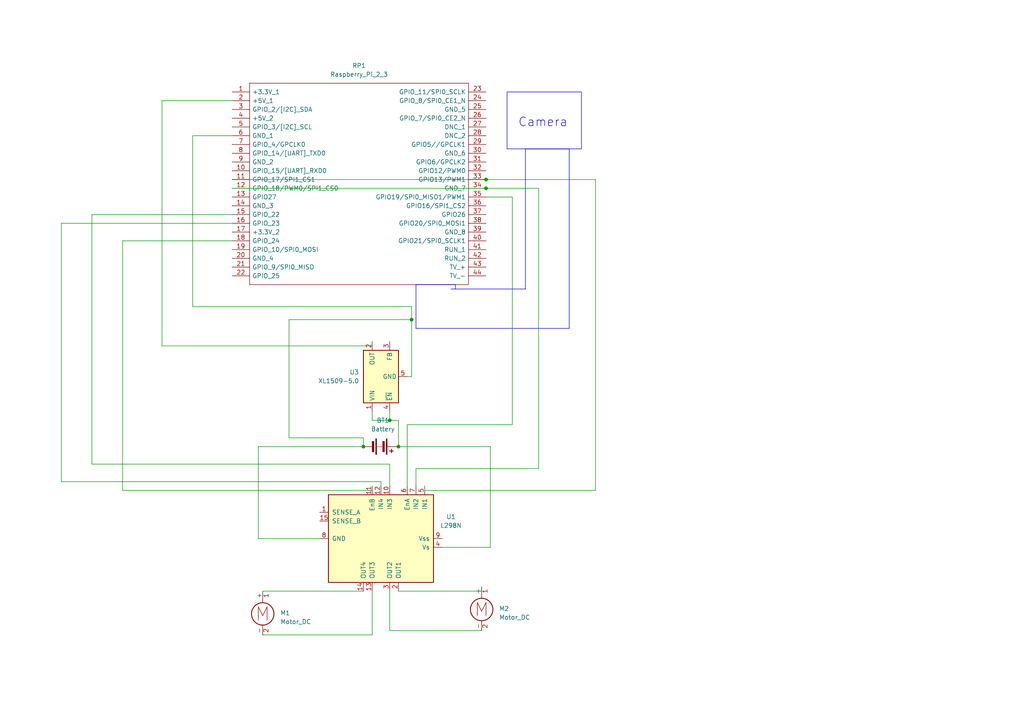
<source format=kicad_sch>
(kicad_sch
	(version 20231120)
	(generator "eeschema")
	(generator_version "8.0")
	(uuid "62279269-ad33-497c-a47a-34dfbe4a990b")
	(paper "A4")
	(lib_symbols
		(symbol "Device:Battery"
			(pin_numbers hide)
			(pin_names
				(offset 0) hide)
			(exclude_from_sim no)
			(in_bom yes)
			(on_board yes)
			(property "Reference" "BT"
				(at 2.54 2.54 0)
				(effects
					(font
						(size 1.27 1.27)
					)
					(justify left)
				)
			)
			(property "Value" "Battery"
				(at 2.54 0 0)
				(effects
					(font
						(size 1.27 1.27)
					)
					(justify left)
				)
			)
			(property "Footprint" ""
				(at 0 1.524 90)
				(effects
					(font
						(size 1.27 1.27)
					)
					(hide yes)
				)
			)
			(property "Datasheet" "~"
				(at 0 1.524 90)
				(effects
					(font
						(size 1.27 1.27)
					)
					(hide yes)
				)
			)
			(property "Description" "Multiple-cell battery"
				(at 0 0 0)
				(effects
					(font
						(size 1.27 1.27)
					)
					(hide yes)
				)
			)
			(property "ki_keywords" "batt voltage-source cell"
				(at 0 0 0)
				(effects
					(font
						(size 1.27 1.27)
					)
					(hide yes)
				)
			)
			(symbol "Battery_0_1"
				(rectangle
					(start -2.286 -1.27)
					(end 2.286 -1.524)
					(stroke
						(width 0)
						(type default)
					)
					(fill
						(type outline)
					)
				)
				(rectangle
					(start -2.286 1.778)
					(end 2.286 1.524)
					(stroke
						(width 0)
						(type default)
					)
					(fill
						(type outline)
					)
				)
				(rectangle
					(start -1.524 -2.032)
					(end 1.524 -2.54)
					(stroke
						(width 0)
						(type default)
					)
					(fill
						(type outline)
					)
				)
				(rectangle
					(start -1.524 1.016)
					(end 1.524 0.508)
					(stroke
						(width 0)
						(type default)
					)
					(fill
						(type outline)
					)
				)
				(polyline
					(pts
						(xy 0 -1.016) (xy 0 -0.762)
					)
					(stroke
						(width 0)
						(type default)
					)
					(fill
						(type none)
					)
				)
				(polyline
					(pts
						(xy 0 -0.508) (xy 0 -0.254)
					)
					(stroke
						(width 0)
						(type default)
					)
					(fill
						(type none)
					)
				)
				(polyline
					(pts
						(xy 0 0) (xy 0 0.254)
					)
					(stroke
						(width 0)
						(type default)
					)
					(fill
						(type none)
					)
				)
				(polyline
					(pts
						(xy 0 1.778) (xy 0 2.54)
					)
					(stroke
						(width 0)
						(type default)
					)
					(fill
						(type none)
					)
				)
				(polyline
					(pts
						(xy 0.762 3.048) (xy 1.778 3.048)
					)
					(stroke
						(width 0.254)
						(type default)
					)
					(fill
						(type none)
					)
				)
				(polyline
					(pts
						(xy 1.27 3.556) (xy 1.27 2.54)
					)
					(stroke
						(width 0.254)
						(type default)
					)
					(fill
						(type none)
					)
				)
			)
			(symbol "Battery_1_1"
				(pin passive line
					(at 0 5.08 270)
					(length 2.54)
					(name "+"
						(effects
							(font
								(size 1.27 1.27)
							)
						)
					)
					(number "1"
						(effects
							(font
								(size 1.27 1.27)
							)
						)
					)
				)
				(pin passive line
					(at 0 -5.08 90)
					(length 2.54)
					(name "-"
						(effects
							(font
								(size 1.27 1.27)
							)
						)
					)
					(number "2"
						(effects
							(font
								(size 1.27 1.27)
							)
						)
					)
				)
			)
		)
		(symbol "Driver_Motor:L298N"
			(pin_names
				(offset 1.016)
			)
			(exclude_from_sim no)
			(in_bom yes)
			(on_board yes)
			(property "Reference" "U"
				(at -10.16 16.51 0)
				(effects
					(font
						(size 1.27 1.27)
					)
					(justify right)
				)
			)
			(property "Value" "L298N"
				(at 12.7 16.51 0)
				(effects
					(font
						(size 1.27 1.27)
					)
					(justify right)
				)
			)
			(property "Footprint" "Package_TO_SOT_THT:TO-220-15_P2.54x2.54mm_StaggerOdd_Lead4.58mm_Vertical"
				(at 1.27 -16.51 0)
				(effects
					(font
						(size 1.27 1.27)
					)
					(justify left)
					(hide yes)
				)
			)
			(property "Datasheet" "http://www.st.com/st-web-ui/static/active/en/resource/technical/document/datasheet/CD00000240.pdf"
				(at 3.81 6.35 0)
				(effects
					(font
						(size 1.27 1.27)
					)
					(hide yes)
				)
			)
			(property "Description" "Dual full bridge motor driver, up to 46V, 4A, Multiwatt15-V"
				(at 0 0 0)
				(effects
					(font
						(size 1.27 1.27)
					)
					(hide yes)
				)
			)
			(property "ki_keywords" "H-bridge motor driver"
				(at 0 0 0)
				(effects
					(font
						(size 1.27 1.27)
					)
					(hide yes)
				)
			)
			(property "ki_fp_filters" "TO?220*StaggerOdd*Vertical*"
				(at 0 0 0)
				(effects
					(font
						(size 1.27 1.27)
					)
					(hide yes)
				)
			)
			(symbol "L298N_0_1"
				(rectangle
					(start -12.7 15.24)
					(end 12.7 -15.24)
					(stroke
						(width 0.254)
						(type default)
					)
					(fill
						(type background)
					)
				)
			)
			(symbol "L298N_1_1"
				(pin power_in line
					(at -7.62 -17.78 90)
					(length 2.54)
					(name "SENSE_A"
						(effects
							(font
								(size 1.27 1.27)
							)
						)
					)
					(number "1"
						(effects
							(font
								(size 1.27 1.27)
							)
						)
					)
				)
				(pin input line
					(at -15.24 2.54 0)
					(length 2.54)
					(name "IN3"
						(effects
							(font
								(size 1.27 1.27)
							)
						)
					)
					(number "10"
						(effects
							(font
								(size 1.27 1.27)
							)
						)
					)
				)
				(pin input line
					(at -15.24 -2.54 0)
					(length 2.54)
					(name "EnB"
						(effects
							(font
								(size 1.27 1.27)
							)
						)
					)
					(number "11"
						(effects
							(font
								(size 1.27 1.27)
							)
						)
					)
				)
				(pin input line
					(at -15.24 0 0)
					(length 2.54)
					(name "IN4"
						(effects
							(font
								(size 1.27 1.27)
							)
						)
					)
					(number "12"
						(effects
							(font
								(size 1.27 1.27)
							)
						)
					)
				)
				(pin output line
					(at 15.24 -2.54 180)
					(length 2.54)
					(name "OUT3"
						(effects
							(font
								(size 1.27 1.27)
							)
						)
					)
					(number "13"
						(effects
							(font
								(size 1.27 1.27)
							)
						)
					)
				)
				(pin output line
					(at 15.24 -5.08 180)
					(length 2.54)
					(name "OUT4"
						(effects
							(font
								(size 1.27 1.27)
							)
						)
					)
					(number "14"
						(effects
							(font
								(size 1.27 1.27)
							)
						)
					)
				)
				(pin power_in line
					(at -5.08 -17.78 90)
					(length 2.54)
					(name "SENSE_B"
						(effects
							(font
								(size 1.27 1.27)
							)
						)
					)
					(number "15"
						(effects
							(font
								(size 1.27 1.27)
							)
						)
					)
				)
				(pin output line
					(at 15.24 5.08 180)
					(length 2.54)
					(name "OUT1"
						(effects
							(font
								(size 1.27 1.27)
							)
						)
					)
					(number "2"
						(effects
							(font
								(size 1.27 1.27)
							)
						)
					)
				)
				(pin output line
					(at 15.24 2.54 180)
					(length 2.54)
					(name "OUT2"
						(effects
							(font
								(size 1.27 1.27)
							)
						)
					)
					(number "3"
						(effects
							(font
								(size 1.27 1.27)
							)
						)
					)
				)
				(pin power_in line
					(at 2.54 17.78 270)
					(length 2.54)
					(name "Vs"
						(effects
							(font
								(size 1.27 1.27)
							)
						)
					)
					(number "4"
						(effects
							(font
								(size 1.27 1.27)
							)
						)
					)
				)
				(pin input line
					(at -15.24 12.7 0)
					(length 2.54)
					(name "IN1"
						(effects
							(font
								(size 1.27 1.27)
							)
						)
					)
					(number "5"
						(effects
							(font
								(size 1.27 1.27)
							)
						)
					)
				)
				(pin input line
					(at -15.24 7.62 0)
					(length 2.54)
					(name "EnA"
						(effects
							(font
								(size 1.27 1.27)
							)
						)
					)
					(number "6"
						(effects
							(font
								(size 1.27 1.27)
							)
						)
					)
				)
				(pin input line
					(at -15.24 10.16 0)
					(length 2.54)
					(name "IN2"
						(effects
							(font
								(size 1.27 1.27)
							)
						)
					)
					(number "7"
						(effects
							(font
								(size 1.27 1.27)
							)
						)
					)
				)
				(pin power_in line
					(at 0 -17.78 90)
					(length 2.54)
					(name "GND"
						(effects
							(font
								(size 1.27 1.27)
							)
						)
					)
					(number "8"
						(effects
							(font
								(size 1.27 1.27)
							)
						)
					)
				)
				(pin power_in line
					(at 0 17.78 270)
					(length 2.54)
					(name "Vss"
						(effects
							(font
								(size 1.27 1.27)
							)
						)
					)
					(number "9"
						(effects
							(font
								(size 1.27 1.27)
							)
						)
					)
				)
			)
		)
		(symbol "Motor:Motor_DC"
			(pin_names
				(offset 0)
			)
			(exclude_from_sim no)
			(in_bom yes)
			(on_board yes)
			(property "Reference" "M"
				(at 2.54 2.54 0)
				(effects
					(font
						(size 1.27 1.27)
					)
					(justify left)
				)
			)
			(property "Value" "Motor_DC"
				(at 2.54 -5.08 0)
				(effects
					(font
						(size 1.27 1.27)
					)
					(justify left top)
				)
			)
			(property "Footprint" ""
				(at 0 -2.286 0)
				(effects
					(font
						(size 1.27 1.27)
					)
					(hide yes)
				)
			)
			(property "Datasheet" "~"
				(at 0 -2.286 0)
				(effects
					(font
						(size 1.27 1.27)
					)
					(hide yes)
				)
			)
			(property "Description" "DC Motor"
				(at 0 0 0)
				(effects
					(font
						(size 1.27 1.27)
					)
					(hide yes)
				)
			)
			(property "ki_keywords" "DC Motor"
				(at 0 0 0)
				(effects
					(font
						(size 1.27 1.27)
					)
					(hide yes)
				)
			)
			(property "ki_fp_filters" "PinHeader*P2.54mm* TerminalBlock*"
				(at 0 0 0)
				(effects
					(font
						(size 1.27 1.27)
					)
					(hide yes)
				)
			)
			(symbol "Motor_DC_0_0"
				(polyline
					(pts
						(xy -1.27 -3.302) (xy -1.27 0.508) (xy 0 -2.032) (xy 1.27 0.508) (xy 1.27 -3.302)
					)
					(stroke
						(width 0)
						(type default)
					)
					(fill
						(type none)
					)
				)
			)
			(symbol "Motor_DC_0_1"
				(circle
					(center 0 -1.524)
					(radius 3.2512)
					(stroke
						(width 0.254)
						(type default)
					)
					(fill
						(type none)
					)
				)
				(polyline
					(pts
						(xy 0 -7.62) (xy 0 -7.112)
					)
					(stroke
						(width 0)
						(type default)
					)
					(fill
						(type none)
					)
				)
				(polyline
					(pts
						(xy 0 -4.7752) (xy 0 -5.1816)
					)
					(stroke
						(width 0)
						(type default)
					)
					(fill
						(type none)
					)
				)
				(polyline
					(pts
						(xy 0 1.7272) (xy 0 2.0828)
					)
					(stroke
						(width 0)
						(type default)
					)
					(fill
						(type none)
					)
				)
				(polyline
					(pts
						(xy 0 2.032) (xy 0 2.54)
					)
					(stroke
						(width 0)
						(type default)
					)
					(fill
						(type none)
					)
				)
			)
			(symbol "Motor_DC_1_1"
				(pin passive line
					(at 0 5.08 270)
					(length 2.54)
					(name "+"
						(effects
							(font
								(size 1.27 1.27)
							)
						)
					)
					(number "1"
						(effects
							(font
								(size 1.27 1.27)
							)
						)
					)
				)
				(pin passive line
					(at 0 -7.62 90)
					(length 2.54)
					(name "-"
						(effects
							(font
								(size 1.27 1.27)
							)
						)
					)
					(number "2"
						(effects
							(font
								(size 1.27 1.27)
							)
						)
					)
				)
			)
		)
		(symbol "Raspberry_Pi_2_or_3:Raspberry_Pi_2_3"
			(pin_names
				(offset 0.762)
			)
			(exclude_from_sim no)
			(in_bom yes)
			(on_board yes)
			(property "Reference" "RP"
				(at 30.48 27.94 0)
				(effects
					(font
						(size 1.27 1.27)
					)
					(justify left)
				)
			)
			(property "Value" "Raspberry_Pi_2_3"
				(at 30.48 25.4 0)
				(effects
					(font
						(size 1.27 1.27)
					)
					(justify left)
				)
			)
			(property "Footprint" "RASPBERRYPI"
				(at 30.48 22.86 0)
				(effects
					(font
						(size 1.27 1.27)
					)
					(justify left)
					(hide yes)
				)
			)
			(property "Datasheet" "https://cdn.sparkfun.com/assets/learn_tutorials/6/7/6/PiZero_1.pdf"
				(at 30.48 15.24 0)
				(effects
					(font
						(size 1.27 1.27)
					)
					(justify left)
					(hide yes)
				)
			)
			(property "Description" "Raspberry Pi Zero W (v1.3) Single-board Computers"
				(at 0 0 0)
				(effects
					(font
						(size 1.27 1.27)
					)
					(hide yes)
				)
			)
			(property "Description_1" "Raspberry Pi Zero 2 or 3 Single-board Computers"
				(at 30.48 12.7 0)
				(effects
					(font
						(size 1.27 1.27)
					)
					(justify left)
					(hide yes)
				)
			)
			(property "Manufacturer_Name" "RASPBERRY-PI"
				(at 30.48 20.32 0)
				(effects
					(font
						(size 1.27 1.27)
					)
					(justify left)
					(hide yes)
				)
			)
			(property "Manufacturer_Part_Number" "Raspberry Pi 2 or 3"
				(at 30.48 17.78 0)
				(effects
					(font
						(size 1.27 1.27)
					)
					(justify left)
					(hide yes)
				)
			)
			(symbol "Raspberry_Pi_2_3_0_0"
				(pin bidirectional line
					(at 0 0 0)
					(length 5.08)
					(name "+3.3V_1"
						(effects
							(font
								(size 1.27 1.27)
							)
						)
					)
					(number "1"
						(effects
							(font
								(size 1.27 1.27)
							)
						)
					)
				)
				(pin bidirectional line
					(at 0 -22.86 0)
					(length 5.08)
					(name "GPIO_15/[UART]_RXD0"
						(effects
							(font
								(size 1.27 1.27)
							)
						)
					)
					(number "10"
						(effects
							(font
								(size 1.27 1.27)
							)
						)
					)
				)
				(pin bidirectional line
					(at 0 -25.4 0)
					(length 5.08)
					(name "GPIO_17/SPI1_CS1"
						(effects
							(font
								(size 1.27 1.27)
							)
						)
					)
					(number "11"
						(effects
							(font
								(size 1.27 1.27)
							)
						)
					)
				)
				(pin bidirectional line
					(at 0 -27.94 0)
					(length 5.08)
					(name "GPIO_18/PWM0/SPI1_CS0"
						(effects
							(font
								(size 1.27 1.27)
							)
						)
					)
					(number "12"
						(effects
							(font
								(size 1.27 1.27)
							)
						)
					)
				)
				(pin bidirectional line
					(at 0 -30.48 0)
					(length 5.08)
					(name "GPIO27"
						(effects
							(font
								(size 1.27 1.27)
							)
						)
					)
					(number "13"
						(effects
							(font
								(size 1.27 1.27)
							)
						)
					)
				)
				(pin bidirectional line
					(at 0 -33.02 0)
					(length 5.08)
					(name "GND_3"
						(effects
							(font
								(size 1.27 1.27)
							)
						)
					)
					(number "14"
						(effects
							(font
								(size 1.27 1.27)
							)
						)
					)
				)
				(pin bidirectional line
					(at 0 -35.56 0)
					(length 5.08)
					(name "GPIO_22"
						(effects
							(font
								(size 1.27 1.27)
							)
						)
					)
					(number "15"
						(effects
							(font
								(size 1.27 1.27)
							)
						)
					)
				)
				(pin bidirectional line
					(at 0 -38.1 0)
					(length 5.08)
					(name "GPIO_23"
						(effects
							(font
								(size 1.27 1.27)
							)
						)
					)
					(number "16"
						(effects
							(font
								(size 1.27 1.27)
							)
						)
					)
				)
				(pin bidirectional line
					(at 0 -40.64 0)
					(length 5.08)
					(name "+3.3V_2"
						(effects
							(font
								(size 1.27 1.27)
							)
						)
					)
					(number "17"
						(effects
							(font
								(size 1.27 1.27)
							)
						)
					)
				)
				(pin bidirectional line
					(at 0 -43.18 0)
					(length 5.08)
					(name "GPIO_24"
						(effects
							(font
								(size 1.27 1.27)
							)
						)
					)
					(number "18"
						(effects
							(font
								(size 1.27 1.27)
							)
						)
					)
				)
				(pin bidirectional line
					(at 0 -45.72 0)
					(length 5.08)
					(name "GPIO_10/SPI0_MOSI"
						(effects
							(font
								(size 1.27 1.27)
							)
						)
					)
					(number "19"
						(effects
							(font
								(size 1.27 1.27)
							)
						)
					)
				)
				(pin bidirectional line
					(at 0 -2.54 0)
					(length 5.08)
					(name "+5V_1"
						(effects
							(font
								(size 1.27 1.27)
							)
						)
					)
					(number "2"
						(effects
							(font
								(size 1.27 1.27)
							)
						)
					)
				)
				(pin bidirectional line
					(at 0 -48.26 0)
					(length 5.08)
					(name "GND_4"
						(effects
							(font
								(size 1.27 1.27)
							)
						)
					)
					(number "20"
						(effects
							(font
								(size 1.27 1.27)
							)
						)
					)
				)
				(pin bidirectional line
					(at 0 -50.8 0)
					(length 5.08)
					(name "GPIO_9/SPI0_MISO"
						(effects
							(font
								(size 1.27 1.27)
							)
						)
					)
					(number "21"
						(effects
							(font
								(size 1.27 1.27)
							)
						)
					)
				)
				(pin bidirectional line
					(at 0 -53.34 0)
					(length 5.08)
					(name "GPIO_25"
						(effects
							(font
								(size 1.27 1.27)
							)
						)
					)
					(number "22"
						(effects
							(font
								(size 1.27 1.27)
							)
						)
					)
				)
				(pin bidirectional line
					(at 73.66 0 180)
					(length 5.08)
					(name "GPIO_11/SPI0_SCLK"
						(effects
							(font
								(size 1.27 1.27)
							)
						)
					)
					(number "23"
						(effects
							(font
								(size 1.27 1.27)
							)
						)
					)
				)
				(pin bidirectional line
					(at 73.66 -2.54 180)
					(length 5.08)
					(name "GPIO_8/SPI0_CE1_N"
						(effects
							(font
								(size 1.27 1.27)
							)
						)
					)
					(number "24"
						(effects
							(font
								(size 1.27 1.27)
							)
						)
					)
				)
				(pin bidirectional line
					(at 73.66 -5.08 180)
					(length 5.08)
					(name "GND_5"
						(effects
							(font
								(size 1.27 1.27)
							)
						)
					)
					(number "25"
						(effects
							(font
								(size 1.27 1.27)
							)
						)
					)
				)
				(pin bidirectional line
					(at 73.66 -7.62 180)
					(length 5.08)
					(name "GPIO_7/SPI0_CE2_N"
						(effects
							(font
								(size 1.27 1.27)
							)
						)
					)
					(number "26"
						(effects
							(font
								(size 1.27 1.27)
							)
						)
					)
				)
				(pin bidirectional line
					(at 73.66 -10.16 180)
					(length 5.08)
					(name "DNC_1"
						(effects
							(font
								(size 1.27 1.27)
							)
						)
					)
					(number "27"
						(effects
							(font
								(size 1.27 1.27)
							)
						)
					)
				)
				(pin bidirectional line
					(at 73.66 -12.7 180)
					(length 5.08)
					(name "DNC_2"
						(effects
							(font
								(size 1.27 1.27)
							)
						)
					)
					(number "28"
						(effects
							(font
								(size 1.27 1.27)
							)
						)
					)
				)
				(pin bidirectional line
					(at 73.66 -15.24 180)
					(length 5.08)
					(name "GPIO5//GPCLK1"
						(effects
							(font
								(size 1.27 1.27)
							)
						)
					)
					(number "29"
						(effects
							(font
								(size 1.27 1.27)
							)
						)
					)
				)
				(pin bidirectional line
					(at 0 -5.08 0)
					(length 5.08)
					(name "GPIO_2/[I2C]_SDA"
						(effects
							(font
								(size 1.27 1.27)
							)
						)
					)
					(number "3"
						(effects
							(font
								(size 1.27 1.27)
							)
						)
					)
				)
				(pin bidirectional line
					(at 73.66 -17.78 180)
					(length 5.08)
					(name "GND_6"
						(effects
							(font
								(size 1.27 1.27)
							)
						)
					)
					(number "30"
						(effects
							(font
								(size 1.27 1.27)
							)
						)
					)
				)
				(pin bidirectional line
					(at 73.66 -20.32 180)
					(length 5.08)
					(name "GPIO6/GPCLK2"
						(effects
							(font
								(size 1.27 1.27)
							)
						)
					)
					(number "31"
						(effects
							(font
								(size 1.27 1.27)
							)
						)
					)
				)
				(pin bidirectional line
					(at 73.66 -22.86 180)
					(length 5.08)
					(name "GPIO12/PWM0"
						(effects
							(font
								(size 1.27 1.27)
							)
						)
					)
					(number "32"
						(effects
							(font
								(size 1.27 1.27)
							)
						)
					)
				)
				(pin bidirectional line
					(at 73.66 -25.4 180)
					(length 5.08)
					(name "GPIO13/PWM1"
						(effects
							(font
								(size 1.27 1.27)
							)
						)
					)
					(number "33"
						(effects
							(font
								(size 1.27 1.27)
							)
						)
					)
				)
				(pin bidirectional line
					(at 73.66 -27.94 180)
					(length 5.08)
					(name "GND_7"
						(effects
							(font
								(size 1.27 1.27)
							)
						)
					)
					(number "34"
						(effects
							(font
								(size 1.27 1.27)
							)
						)
					)
				)
				(pin bidirectional line
					(at 73.66 -30.48 180)
					(length 5.08)
					(name "GPIO19/SPI0_MISO1/PWM1"
						(effects
							(font
								(size 1.27 1.27)
							)
						)
					)
					(number "35"
						(effects
							(font
								(size 1.27 1.27)
							)
						)
					)
				)
				(pin bidirectional line
					(at 73.66 -33.02 180)
					(length 5.08)
					(name "GPIO16/SPI1_CS2"
						(effects
							(font
								(size 1.27 1.27)
							)
						)
					)
					(number "36"
						(effects
							(font
								(size 1.27 1.27)
							)
						)
					)
				)
				(pin bidirectional line
					(at 73.66 -35.56 180)
					(length 5.08)
					(name "GPIO26"
						(effects
							(font
								(size 1.27 1.27)
							)
						)
					)
					(number "37"
						(effects
							(font
								(size 1.27 1.27)
							)
						)
					)
				)
				(pin bidirectional line
					(at 73.66 -38.1 180)
					(length 5.08)
					(name "GPIO20/SPI0_MOSI1"
						(effects
							(font
								(size 1.27 1.27)
							)
						)
					)
					(number "38"
						(effects
							(font
								(size 1.27 1.27)
							)
						)
					)
				)
				(pin bidirectional line
					(at 73.66 -40.64 180)
					(length 5.08)
					(name "GND_8"
						(effects
							(font
								(size 1.27 1.27)
							)
						)
					)
					(number "39"
						(effects
							(font
								(size 1.27 1.27)
							)
						)
					)
				)
				(pin bidirectional line
					(at 0 -7.62 0)
					(length 5.08)
					(name "+5V_2"
						(effects
							(font
								(size 1.27 1.27)
							)
						)
					)
					(number "4"
						(effects
							(font
								(size 1.27 1.27)
							)
						)
					)
				)
				(pin bidirectional line
					(at 73.66 -43.18 180)
					(length 5.08)
					(name "GPIO21/SPI0_SCLK1"
						(effects
							(font
								(size 1.27 1.27)
							)
						)
					)
					(number "40"
						(effects
							(font
								(size 1.27 1.27)
							)
						)
					)
				)
				(pin bidirectional line
					(at 73.66 -45.72 180)
					(length 5.08)
					(name "RUN_1"
						(effects
							(font
								(size 1.27 1.27)
							)
						)
					)
					(number "41"
						(effects
							(font
								(size 1.27 1.27)
							)
						)
					)
				)
				(pin bidirectional line
					(at 73.66 -48.26 180)
					(length 5.08)
					(name "RUN_2"
						(effects
							(font
								(size 1.27 1.27)
							)
						)
					)
					(number "42"
						(effects
							(font
								(size 1.27 1.27)
							)
						)
					)
				)
				(pin bidirectional line
					(at 73.66 -50.8 180)
					(length 5.08)
					(name "TV_+"
						(effects
							(font
								(size 1.27 1.27)
							)
						)
					)
					(number "43"
						(effects
							(font
								(size 1.27 1.27)
							)
						)
					)
				)
				(pin bidirectional line
					(at 73.66 -53.34 180)
					(length 5.08)
					(name "TV_-"
						(effects
							(font
								(size 1.27 1.27)
							)
						)
					)
					(number "44"
						(effects
							(font
								(size 1.27 1.27)
							)
						)
					)
				)
				(pin bidirectional line
					(at 0 -10.16 0)
					(length 5.08)
					(name "GPIO_3/[I2C]_SCL"
						(effects
							(font
								(size 1.27 1.27)
							)
						)
					)
					(number "5"
						(effects
							(font
								(size 1.27 1.27)
							)
						)
					)
				)
				(pin bidirectional line
					(at 0 -12.7 0)
					(length 5.08)
					(name "GND_1"
						(effects
							(font
								(size 1.27 1.27)
							)
						)
					)
					(number "6"
						(effects
							(font
								(size 1.27 1.27)
							)
						)
					)
				)
				(pin bidirectional line
					(at 0 -15.24 0)
					(length 5.08)
					(name "GPIO_4/GPCLK0"
						(effects
							(font
								(size 1.27 1.27)
							)
						)
					)
					(number "7"
						(effects
							(font
								(size 1.27 1.27)
							)
						)
					)
				)
				(pin bidirectional line
					(at 0 -17.78 0)
					(length 5.08)
					(name "GPIO_14/[UART]_TXD0"
						(effects
							(font
								(size 1.27 1.27)
							)
						)
					)
					(number "8"
						(effects
							(font
								(size 1.27 1.27)
							)
						)
					)
				)
				(pin bidirectional line
					(at 0 -20.32 0)
					(length 5.08)
					(name "GND_2"
						(effects
							(font
								(size 1.27 1.27)
							)
						)
					)
					(number "9"
						(effects
							(font
								(size 1.27 1.27)
							)
						)
					)
				)
			)
			(symbol "Raspberry_Pi_2_3_0_1"
				(polyline
					(pts
						(xy 5.08 2.54) (xy 68.58 2.54) (xy 68.58 -55.88) (xy 5.08 -55.88) (xy 5.08 2.54)
					)
					(stroke
						(width 0.1524)
						(type solid)
					)
					(fill
						(type none)
					)
				)
			)
		)
		(symbol "Regulator_Switching:XL1509-5.0"
			(exclude_from_sim no)
			(in_bom yes)
			(on_board yes)
			(property "Reference" "U"
				(at -7.112 6.096 0)
				(effects
					(font
						(size 1.27 1.27)
					)
				)
			)
			(property "Value" "XL1509-5.0"
				(at 5.842 6.096 0)
				(effects
					(font
						(size 1.27 1.27)
					)
				)
			)
			(property "Footprint" "Package_SO:SOIC-8_3.9x4.9mm_P1.27mm"
				(at 0 8.382 0)
				(effects
					(font
						(size 1.27 1.27)
					)
					(hide yes)
				)
			)
			(property "Datasheet" "https://datasheet.lcsc.com/lcsc/1809050422_XLSEMI-XL1509-5-0E1_C61063.pdf"
				(at 2.54 10.668 0)
				(effects
					(font
						(size 1.27 1.27)
					)
					(hide yes)
				)
			)
			(property "Description" "Buck DC/DC Converter, 2A, 5V Output Voltage, 7-40V Input Voltage"
				(at 0 0 0)
				(effects
					(font
						(size 1.27 1.27)
					)
					(hide yes)
				)
			)
			(property "ki_keywords" "Buck DC/DC Converter"
				(at 0 0 0)
				(effects
					(font
						(size 1.27 1.27)
					)
					(hide yes)
				)
			)
			(property "ki_fp_filters" "SOIC*3.9x4.9mm*P1.27mm*"
				(at 0 0 0)
				(effects
					(font
						(size 1.27 1.27)
					)
					(hide yes)
				)
			)
			(symbol "XL1509-5.0_0_1"
				(rectangle
					(start -7.62 5.08)
					(end 7.62 -5.08)
					(stroke
						(width 0.254)
						(type default)
					)
					(fill
						(type background)
					)
				)
			)
			(symbol "XL1509-5.0_1_1"
				(pin power_in line
					(at -10.16 2.54 0)
					(length 2.54)
					(name "VIN"
						(effects
							(font
								(size 1.27 1.27)
							)
						)
					)
					(number "1"
						(effects
							(font
								(size 1.27 1.27)
							)
						)
					)
				)
				(pin power_out line
					(at 10.16 2.54 180)
					(length 2.54)
					(name "OUT"
						(effects
							(font
								(size 1.27 1.27)
							)
						)
					)
					(number "2"
						(effects
							(font
								(size 1.27 1.27)
							)
						)
					)
				)
				(pin input line
					(at 10.16 -2.54 180)
					(length 2.54)
					(name "FB"
						(effects
							(font
								(size 1.27 1.27)
							)
						)
					)
					(number "3"
						(effects
							(font
								(size 1.27 1.27)
							)
						)
					)
				)
				(pin input line
					(at -10.16 -2.54 0)
					(length 2.54)
					(name "~{EN}"
						(effects
							(font
								(size 1.27 1.27)
							)
						)
					)
					(number "4"
						(effects
							(font
								(size 1.27 1.27)
							)
						)
					)
				)
				(pin power_in line
					(at 0 -7.62 90)
					(length 2.54)
					(name "GND"
						(effects
							(font
								(size 1.27 1.27)
							)
						)
					)
					(number "5"
						(effects
							(font
								(size 1.27 1.27)
							)
						)
					)
				)
				(pin passive line
					(at 0 -7.62 90)
					(length 2.54) hide
					(name "GND"
						(effects
							(font
								(size 1.27 1.27)
							)
						)
					)
					(number "6"
						(effects
							(font
								(size 1.27 1.27)
							)
						)
					)
				)
				(pin passive line
					(at 0 -7.62 90)
					(length 2.54) hide
					(name "GND"
						(effects
							(font
								(size 1.27 1.27)
							)
						)
					)
					(number "7"
						(effects
							(font
								(size 1.27 1.27)
							)
						)
					)
				)
				(pin passive line
					(at 0 -7.62 90)
					(length 2.54) hide
					(name "GND"
						(effects
							(font
								(size 1.27 1.27)
							)
						)
					)
					(number "8"
						(effects
							(font
								(size 1.27 1.27)
							)
						)
					)
				)
			)
		)
	)
	(junction
		(at 140.97 54.61)
		(diameter 0)
		(color 0 0 0 0)
		(uuid "1492cf12-8e8a-4989-b8c3-9e3ae63472ed")
	)
	(junction
		(at 140.97 52.07)
		(diameter 0)
		(color 0 0 0 0)
		(uuid "33d4e51b-3b64-4819-b258-eeaa2d48c18c")
	)
	(junction
		(at 119.38 92.71)
		(diameter 0)
		(color 0 0 0 0)
		(uuid "6e99d938-543e-4416-b935-087aba5350dd")
	)
	(junction
		(at 105.41 129.54)
		(diameter 0)
		(color 0 0 0 0)
		(uuid "74d17ffd-6cc7-4e32-baaa-2fc1f044adee")
	)
	(junction
		(at 115.57 129.54)
		(diameter 0)
		(color 0 0 0 0)
		(uuid "787b5d89-0a30-4141-aa5e-ca4cd69d6c28")
	)
	(junction
		(at 113.03 121.92)
		(diameter 0)
		(color 0 0 0 0)
		(uuid "af4f3a1c-6171-4384-8ee4-8abcd95a72f8")
	)
	(wire
		(pts
			(xy 76.2 171.45) (xy 105.41 171.45)
		)
		(stroke
			(width 0)
			(type default)
		)
		(uuid "04c52cf9-f1d2-4bcf-afde-aa4214d82aac")
	)
	(wire
		(pts
			(xy 140.97 57.15) (xy 148.59 57.15)
		)
		(stroke
			(width 0)
			(type default)
		)
		(uuid "0c7e3425-00c6-464a-8580-3dfa89428eff")
	)
	(wire
		(pts
			(xy 83.82 92.71) (xy 83.82 127)
		)
		(stroke
			(width 0)
			(type default)
		)
		(uuid "0e9070af-6ee5-4442-97a2-eb8786dbe98c")
	)
	(wire
		(pts
			(xy 107.95 142.24) (xy 107.95 140.97)
		)
		(stroke
			(width 0)
			(type default)
		)
		(uuid "0eb78bf5-ee30-4b65-a1f3-16f01e0e85bf")
	)
	(wire
		(pts
			(xy 156.21 54.61) (xy 156.21 135.89)
		)
		(stroke
			(width 0)
			(type default)
		)
		(uuid "152e2d2e-e962-43f0-ab88-8b6b35e73ba0")
	)
	(wire
		(pts
			(xy 74.93 129.54) (xy 74.93 156.21)
		)
		(stroke
			(width 0)
			(type default)
		)
		(uuid "1d04cb33-7579-4aac-9278-fe1853c8db5b")
	)
	(wire
		(pts
			(xy 156.21 135.89) (xy 120.65 135.89)
		)
		(stroke
			(width 0)
			(type default)
		)
		(uuid "1dc69b87-f2f4-4408-a395-c3af5a044e78")
	)
	(wire
		(pts
			(xy 35.56 69.85) (xy 35.56 142.24)
		)
		(stroke
			(width 0)
			(type default)
		)
		(uuid "1e5e80c6-1365-4676-a734-a628fb745fa0")
	)
	(polyline
		(pts
			(xy 152.4 43.18) (xy 152.4 83.82)
		)
		(stroke
			(width 0)
			(type default)
		)
		(uuid "21b6d997-3ba5-41ca-bc75-16a14f7da122")
	)
	(wire
		(pts
			(xy 110.49 139.7) (xy 110.49 140.97)
		)
		(stroke
			(width 0)
			(type default)
		)
		(uuid "2415b643-819f-4d19-afce-c9256dc519b3")
	)
	(wire
		(pts
			(xy 26.67 134.62) (xy 113.03 134.62)
		)
		(stroke
			(width 0)
			(type default)
		)
		(uuid "24d3561a-026e-4664-9c2a-ca3e05180b8e")
	)
	(wire
		(pts
			(xy 67.31 39.37) (xy 55.88 39.37)
		)
		(stroke
			(width 0)
			(type default)
		)
		(uuid "2c0b0845-07ed-4318-95db-fa99b15d5daf")
	)
	(wire
		(pts
			(xy 107.95 119.38) (xy 107.95 121.92)
		)
		(stroke
			(width 0)
			(type default)
		)
		(uuid "2d00055d-6f42-4285-8ee8-305c74b9f8fe")
	)
	(wire
		(pts
			(xy 120.65 135.89) (xy 120.65 140.97)
		)
		(stroke
			(width 0)
			(type default)
		)
		(uuid "2e184271-f04b-43a4-98bf-d77fc41c93be")
	)
	(wire
		(pts
			(xy 148.59 123.19) (xy 118.11 123.19)
		)
		(stroke
			(width 0)
			(type default)
		)
		(uuid "32095331-a50d-41e6-9fa5-b2ba053a05ba")
	)
	(wire
		(pts
			(xy 67.31 64.77) (xy 17.78 64.77)
		)
		(stroke
			(width 0)
			(type default)
		)
		(uuid "472627a9-4a08-4639-b6e5-c562b0a33c9a")
	)
	(wire
		(pts
			(xy 142.24 158.75) (xy 128.27 158.75)
		)
		(stroke
			(width 0)
			(type default)
		)
		(uuid "51d1e842-13cd-4843-ae06-162a50675d96")
	)
	(polyline
		(pts
			(xy 132.08 83.82) (xy 132.08 82.55)
		)
		(stroke
			(width 0)
			(type default)
		)
		(uuid "5462d990-8d1b-4b83-99eb-678d618474b6")
	)
	(wire
		(pts
			(xy 113.03 119.38) (xy 113.03 121.92)
		)
		(stroke
			(width 0)
			(type default)
		)
		(uuid "5e66ad82-156f-4ce8-82e8-b9a870248944")
	)
	(wire
		(pts
			(xy 172.72 52.07) (xy 172.72 142.24)
		)
		(stroke
			(width 0)
			(type default)
		)
		(uuid "61cef7da-63d2-43c5-8ed6-2a2e4debee65")
	)
	(wire
		(pts
			(xy 139.7 171.45) (xy 139.7 170.18)
		)
		(stroke
			(width 0)
			(type default)
		)
		(uuid "645aad03-f4a9-4de5-82f3-216e684e5890")
	)
	(wire
		(pts
			(xy 113.03 121.92) (xy 115.57 121.92)
		)
		(stroke
			(width 0)
			(type default)
		)
		(uuid "67cb4dfa-c51c-41a8-b3b4-18c379154831")
	)
	(wire
		(pts
			(xy 67.31 62.23) (xy 26.67 62.23)
		)
		(stroke
			(width 0)
			(type default)
		)
		(uuid "69daa128-ade9-4139-93b2-8e3a5d11b6f9")
	)
	(wire
		(pts
			(xy 107.95 184.15) (xy 76.2 184.15)
		)
		(stroke
			(width 0)
			(type default)
		)
		(uuid "6c46ebbe-c902-4303-bb21-8d903e1a5e2a")
	)
	(wire
		(pts
			(xy 105.41 127) (xy 105.41 129.54)
		)
		(stroke
			(width 0)
			(type default)
		)
		(uuid "6e2a1204-3e32-41d3-bd31-77454b797c52")
	)
	(polyline
		(pts
			(xy 120.65 82.55) (xy 120.65 95.25)
		)
		(stroke
			(width 0)
			(type default)
		)
		(uuid "7018930b-d1ba-46c7-a856-782f42438a02")
	)
	(wire
		(pts
			(xy 119.38 92.71) (xy 119.38 109.22)
		)
		(stroke
			(width 0)
			(type default)
		)
		(uuid "73f55bde-129b-4386-b2fc-50c5bd544260")
	)
	(wire
		(pts
			(xy 119.38 92.71) (xy 83.82 92.71)
		)
		(stroke
			(width 0)
			(type default)
		)
		(uuid "7b98427f-4f88-41e1-85e3-321b15e625a8")
	)
	(wire
		(pts
			(xy 46.99 100.33) (xy 107.95 100.33)
		)
		(stroke
			(width 0)
			(type default)
		)
		(uuid "7de275f3-57f8-42a6-93e5-22bb05788cbe")
	)
	(wire
		(pts
			(xy 67.31 54.61) (xy 140.97 54.61)
		)
		(stroke
			(width 0)
			(type default)
		)
		(uuid "7e798145-6ad6-40e3-80f9-61d119c91271")
	)
	(polyline
		(pts
			(xy 120.65 82.55) (xy 132.08 82.55)
		)
		(stroke
			(width 0)
			(type default)
		)
		(uuid "90ad5198-d064-46f1-894d-4f72b9abf222")
	)
	(wire
		(pts
			(xy 26.67 62.23) (xy 26.67 134.62)
		)
		(stroke
			(width 0)
			(type default)
		)
		(uuid "95f69038-260f-4dba-933e-b8b872035a45")
	)
	(wire
		(pts
			(xy 83.82 127) (xy 105.41 127)
		)
		(stroke
			(width 0)
			(type default)
		)
		(uuid "972815c3-75f1-4051-bc24-49164030f724")
	)
	(wire
		(pts
			(xy 140.97 54.61) (xy 156.21 54.61)
		)
		(stroke
			(width 0)
			(type default)
		)
		(uuid "9a866a81-2a23-40f0-8aee-03e6e48bd031")
	)
	(wire
		(pts
			(xy 142.24 129.54) (xy 142.24 158.75)
		)
		(stroke
			(width 0)
			(type default)
		)
		(uuid "9c37c109-d529-40fa-b746-86560637f91b")
	)
	(wire
		(pts
			(xy 67.31 29.21) (xy 46.99 29.21)
		)
		(stroke
			(width 0)
			(type default)
		)
		(uuid "9d22af15-2384-4788-88ce-5b0983b418d1")
	)
	(wire
		(pts
			(xy 67.31 52.07) (xy 140.97 52.07)
		)
		(stroke
			(width 0)
			(type default)
		)
		(uuid "9f0efe52-cee7-4375-835b-17708c262285")
	)
	(wire
		(pts
			(xy 107.95 100.33) (xy 107.95 99.06)
		)
		(stroke
			(width 0)
			(type default)
		)
		(uuid "a2040d24-dce5-41af-a19e-ff0129de3bbc")
	)
	(wire
		(pts
			(xy 115.57 129.54) (xy 142.24 129.54)
		)
		(stroke
			(width 0)
			(type default)
		)
		(uuid "a61073b8-07de-42ee-a34d-4ecff40953ec")
	)
	(polyline
		(pts
			(xy 165.1 43.18) (xy 152.4 43.18)
		)
		(stroke
			(width 0)
			(type default)
		)
		(uuid "a6d4d887-7ab9-446a-bccd-00f30e97d1d3")
	)
	(wire
		(pts
			(xy 148.59 57.15) (xy 148.59 123.19)
		)
		(stroke
			(width 0)
			(type default)
		)
		(uuid "a8a5ae7a-4b42-4a20-bb05-e7a2001caf45")
	)
	(wire
		(pts
			(xy 115.57 171.45) (xy 139.7 171.45)
		)
		(stroke
			(width 0)
			(type default)
		)
		(uuid "aa24580b-8bf1-4892-8aba-710a6404e587")
	)
	(wire
		(pts
			(xy 118.11 123.19) (xy 118.11 140.97)
		)
		(stroke
			(width 0)
			(type default)
		)
		(uuid "af1fcbf9-9d4a-4951-8873-7582d45eaf49")
	)
	(wire
		(pts
			(xy 140.97 52.07) (xy 172.72 52.07)
		)
		(stroke
			(width 0)
			(type default)
		)
		(uuid "aff34a1f-2fa4-40be-8835-d13dd5f10a53")
	)
	(wire
		(pts
			(xy 17.78 139.7) (xy 110.49 139.7)
		)
		(stroke
			(width 0)
			(type default)
		)
		(uuid "b7691ab1-54e2-4483-ba72-355cde2c55f5")
	)
	(wire
		(pts
			(xy 35.56 142.24) (xy 107.95 142.24)
		)
		(stroke
			(width 0)
			(type default)
		)
		(uuid "bd3dd4e9-fa8b-4948-a329-684c56eb7a9f")
	)
	(wire
		(pts
			(xy 67.31 69.85) (xy 35.56 69.85)
		)
		(stroke
			(width 0)
			(type default)
		)
		(uuid "c55d522f-6b62-408a-b11c-0aa6ec2e256b")
	)
	(wire
		(pts
			(xy 172.72 142.24) (xy 123.19 142.24)
		)
		(stroke
			(width 0)
			(type default)
		)
		(uuid "c5646952-c118-4dcb-b0cf-4391ae80b350")
	)
	(wire
		(pts
			(xy 119.38 88.9) (xy 119.38 92.71)
		)
		(stroke
			(width 0)
			(type default)
		)
		(uuid "c7d2e516-69e8-49f7-9b8c-014df9f6bdc2")
	)
	(wire
		(pts
			(xy 74.93 156.21) (xy 92.71 156.21)
		)
		(stroke
			(width 0)
			(type default)
		)
		(uuid "cd3fa9e6-c8ec-4968-a209-31d9c3c9d957")
	)
	(wire
		(pts
			(xy 115.57 121.92) (xy 115.57 129.54)
		)
		(stroke
			(width 0)
			(type default)
		)
		(uuid "d15748ad-ba6c-4b7a-95a1-a48fe9a8b9a5")
	)
	(wire
		(pts
			(xy 105.41 129.54) (xy 74.93 129.54)
		)
		(stroke
			(width 0)
			(type default)
		)
		(uuid "d4fa2382-4b4d-4596-98bf-82eeac47f7d1")
	)
	(wire
		(pts
			(xy 46.99 29.21) (xy 46.99 100.33)
		)
		(stroke
			(width 0)
			(type default)
		)
		(uuid "d8c545bf-ef66-49bc-bf5d-d209dec5e1a1")
	)
	(wire
		(pts
			(xy 118.11 109.22) (xy 119.38 109.22)
		)
		(stroke
			(width 0)
			(type default)
		)
		(uuid "df03bb72-3c98-4bcb-9777-339952918b5f")
	)
	(wire
		(pts
			(xy 107.95 121.92) (xy 113.03 121.92)
		)
		(stroke
			(width 0)
			(type default)
		)
		(uuid "df803c8d-059c-4086-b40c-77c3dc2b3fe5")
	)
	(polyline
		(pts
			(xy 165.1 95.25) (xy 165.1 43.18)
		)
		(stroke
			(width 0)
			(type default)
		)
		(uuid "e28f04ed-f81a-4c3c-8050-9e49fa723e0c")
	)
	(wire
		(pts
			(xy 123.19 142.24) (xy 123.19 140.97)
		)
		(stroke
			(width 0)
			(type default)
		)
		(uuid "e3cd65e0-a99f-4029-95a1-7e69370e01f5")
	)
	(wire
		(pts
			(xy 113.03 182.88) (xy 139.7 182.88)
		)
		(stroke
			(width 0)
			(type default)
		)
		(uuid "e776af7f-daf1-4709-9d31-33a6514a687d")
	)
	(wire
		(pts
			(xy 113.03 171.45) (xy 113.03 182.88)
		)
		(stroke
			(width 0)
			(type default)
		)
		(uuid "e7cbd5e0-d6bd-45dd-9563-d3d03a325f46")
	)
	(wire
		(pts
			(xy 55.88 88.9) (xy 119.38 88.9)
		)
		(stroke
			(width 0)
			(type default)
		)
		(uuid "e817c9a2-3422-452c-bfc7-54eff888b0b9")
	)
	(wire
		(pts
			(xy 113.03 134.62) (xy 113.03 140.97)
		)
		(stroke
			(width 0)
			(type default)
		)
		(uuid "f6774974-63d2-40aa-bce3-123e52a6b623")
	)
	(wire
		(pts
			(xy 107.95 171.45) (xy 107.95 184.15)
		)
		(stroke
			(width 0)
			(type default)
		)
		(uuid "f689dfed-deee-4ffa-a8bb-e6dc163a80b7")
	)
	(polyline
		(pts
			(xy 130.81 83.82) (xy 152.4 83.82)
		)
		(stroke
			(width 0)
			(type default)
		)
		(uuid "f7f17e02-9ddc-422a-8c36-4951a6df40ac")
	)
	(polyline
		(pts
			(xy 120.65 95.25) (xy 165.1 95.25)
		)
		(stroke
			(width 0)
			(type default)
		)
		(uuid "f82084cc-7488-4adb-9189-ff970188fbda")
	)
	(wire
		(pts
			(xy 17.78 64.77) (xy 17.78 139.7)
		)
		(stroke
			(width 0)
			(type default)
		)
		(uuid "f84ef2c7-97d2-4406-b590-bd8f159ebf85")
	)
	(wire
		(pts
			(xy 55.88 39.37) (xy 55.88 88.9)
		)
		(stroke
			(width 0)
			(type default)
		)
		(uuid "fcf65f11-7fc9-4ac2-92b4-166799a1c193")
	)
	(rectangle
		(start 147.066 26.67)
		(end 168.656 43.18)
		(stroke
			(width 0)
			(type default)
		)
		(fill
			(type none)
		)
		(uuid 4173b477-ed8b-4e4f-8935-7bf7053a5400)
	)
	(text "Camera\n"
		(exclude_from_sim no)
		(at 157.48 35.56 0)
		(effects
			(font
				(size 2.54 2.54)
			)
		)
		(uuid "f159c583-b705-4583-9d90-525070e54de0")
	)
	(symbol
		(lib_id "Motor:Motor_DC")
		(at 76.2 176.53 0)
		(unit 1)
		(exclude_from_sim no)
		(in_bom yes)
		(on_board yes)
		(dnp no)
		(fields_autoplaced yes)
		(uuid "43ac2089-4fa2-40f6-8fa8-706f9a7988c7")
		(property "Reference" "M1"
			(at 81.28 177.7999 0)
			(effects
				(font
					(size 1.27 1.27)
				)
				(justify left)
			)
		)
		(property "Value" "Motor_DC"
			(at 81.28 180.3399 0)
			(effects
				(font
					(size 1.27 1.27)
				)
				(justify left)
			)
		)
		(property "Footprint" ""
			(at 76.2 178.816 0)
			(effects
				(font
					(size 1.27 1.27)
				)
				(hide yes)
			)
		)
		(property "Datasheet" "~"
			(at 76.2 178.816 0)
			(effects
				(font
					(size 1.27 1.27)
				)
				(hide yes)
			)
		)
		(property "Description" "DC Motor"
			(at 76.2 176.53 0)
			(effects
				(font
					(size 1.27 1.27)
				)
				(hide yes)
			)
		)
		(pin "1"
			(uuid "52171d8a-b2e9-45cc-a5ac-1a1ca3abb03a")
		)
		(pin "2"
			(uuid "9c7c843f-79af-4c07-a9dd-9a6f45aa7558")
		)
		(instances
			(project ""
				(path "/62279269-ad33-497c-a47a-34dfbe4a990b"
					(reference "M1")
					(unit 1)
				)
			)
		)
	)
	(symbol
		(lib_id "Device:Battery")
		(at 110.49 129.54 270)
		(unit 1)
		(exclude_from_sim no)
		(in_bom yes)
		(on_board yes)
		(dnp no)
		(fields_autoplaced yes)
		(uuid "65c0be3a-53cf-49f7-bb64-30178b0515b6")
		(property "Reference" "BT1"
			(at 111.0615 121.92 90)
			(effects
				(font
					(size 1.27 1.27)
				)
			)
		)
		(property "Value" "Battery"
			(at 111.0615 124.46 90)
			(effects
				(font
					(size 1.27 1.27)
				)
			)
		)
		(property "Footprint" ""
			(at 112.014 129.54 90)
			(effects
				(font
					(size 1.27 1.27)
				)
				(hide yes)
			)
		)
		(property "Datasheet" "~"
			(at 112.014 129.54 90)
			(effects
				(font
					(size 1.27 1.27)
				)
				(hide yes)
			)
		)
		(property "Description" "Multiple-cell battery"
			(at 110.49 129.54 0)
			(effects
				(font
					(size 1.27 1.27)
				)
				(hide yes)
			)
		)
		(pin "1"
			(uuid "899c0215-5b55-4935-8db0-9ec3bdf6fea3")
		)
		(pin "2"
			(uuid "35c3379a-0e48-438b-b434-b101a55cd573")
		)
		(instances
			(project ""
				(path "/62279269-ad33-497c-a47a-34dfbe4a990b"
					(reference "BT1")
					(unit 1)
				)
			)
		)
	)
	(symbol
		(lib_id "Driver_Motor:L298N")
		(at 110.49 156.21 270)
		(unit 1)
		(exclude_from_sim no)
		(in_bom yes)
		(on_board yes)
		(dnp no)
		(fields_autoplaced yes)
		(uuid "6d614edd-e6e2-4ac0-91d4-9afb98b2ca3f")
		(property "Reference" "U1"
			(at 130.81 149.8914 90)
			(effects
				(font
					(size 1.27 1.27)
				)
			)
		)
		(property "Value" "L298N"
			(at 130.81 152.4314 90)
			(effects
				(font
					(size 1.27 1.27)
				)
			)
		)
		(property "Footprint" "Package_TO_SOT_THT:TO-220-15_P2.54x2.54mm_StaggerOdd_Lead4.58mm_Vertical"
			(at 93.98 157.48 0)
			(effects
				(font
					(size 1.27 1.27)
				)
				(justify left)
				(hide yes)
			)
		)
		(property "Datasheet" "http://www.st.com/st-web-ui/static/active/en/resource/technical/document/datasheet/CD00000240.pdf"
			(at 116.84 160.02 0)
			(effects
				(font
					(size 1.27 1.27)
				)
				(hide yes)
			)
		)
		(property "Description" "Dual full bridge motor driver, up to 46V, 4A, Multiwatt15-V"
			(at 110.49 156.21 0)
			(effects
				(font
					(size 1.27 1.27)
				)
				(hide yes)
			)
		)
		(pin "7"
			(uuid "74a2b675-b495-45ec-a19e-3ec5cb1bd5d0")
		)
		(pin "12"
			(uuid "93cc2a5a-5d18-4a47-bd08-667ab27867e2")
		)
		(pin "11"
			(uuid "ea6eac92-7ee2-473a-8788-bf7275c5ebf2")
		)
		(pin "2"
			(uuid "aa0e8c1f-3878-4dd7-b220-c81ddc1af934")
		)
		(pin "1"
			(uuid "a6994172-b41c-4729-92b0-510b95c53eec")
		)
		(pin "10"
			(uuid "b243603e-c0f5-4cd8-8c24-ddf0c8f55e26")
		)
		(pin "13"
			(uuid "ff7d44f2-5a44-4ac5-8a50-610d9f38b46a")
		)
		(pin "8"
			(uuid "3649c67f-4aa7-47ca-965a-78672d2105e1")
		)
		(pin "14"
			(uuid "4771161b-4af6-47dc-8c53-0933691af112")
		)
		(pin "15"
			(uuid "09e0bb30-e928-4e2e-9919-985ea3824cdd")
		)
		(pin "6"
			(uuid "6fb2f2b8-5e80-41d1-94c0-6632494e8bd7")
		)
		(pin "3"
			(uuid "328e6c9d-bcb8-4190-bc64-524e36b11308")
		)
		(pin "4"
			(uuid "0db3cd88-80cd-4c5b-bed2-6f5be55fa84c")
		)
		(pin "5"
			(uuid "dff0d11f-e0e8-4fd3-9bfd-8eaaebe33326")
		)
		(pin "9"
			(uuid "f1f06e66-fc4b-42b8-918f-b21b3e34b0e4")
		)
		(instances
			(project ""
				(path "/62279269-ad33-497c-a47a-34dfbe4a990b"
					(reference "U1")
					(unit 1)
				)
			)
		)
	)
	(symbol
		(lib_id "Motor:Motor_DC")
		(at 139.7 175.26 0)
		(unit 1)
		(exclude_from_sim no)
		(in_bom yes)
		(on_board yes)
		(dnp no)
		(fields_autoplaced yes)
		(uuid "a8978ff4-6ca4-4be6-9613-c6be3aeb48bd")
		(property "Reference" "M2"
			(at 144.78 176.5299 0)
			(effects
				(font
					(size 1.27 1.27)
				)
				(justify left)
			)
		)
		(property "Value" "Motor_DC"
			(at 144.78 179.0699 0)
			(effects
				(font
					(size 1.27 1.27)
				)
				(justify left)
			)
		)
		(property "Footprint" ""
			(at 139.7 177.546 0)
			(effects
				(font
					(size 1.27 1.27)
				)
				(hide yes)
			)
		)
		(property "Datasheet" "~"
			(at 139.7 177.546 0)
			(effects
				(font
					(size 1.27 1.27)
				)
				(hide yes)
			)
		)
		(property "Description" "DC Motor"
			(at 139.7 175.26 0)
			(effects
				(font
					(size 1.27 1.27)
				)
				(hide yes)
			)
		)
		(pin "1"
			(uuid "d1129e2a-5b2a-453f-964b-c515be248a71")
		)
		(pin "2"
			(uuid "9ab1b01e-ec10-4226-92fb-c78ea4d5cf6a")
		)
		(instances
			(project ""
				(path "/62279269-ad33-497c-a47a-34dfbe4a990b"
					(reference "M2")
					(unit 1)
				)
			)
		)
	)
	(symbol
		(lib_id "Raspberry_Pi_2_or_3:Raspberry_Pi_2_3")
		(at 67.31 26.67 0)
		(unit 1)
		(exclude_from_sim no)
		(in_bom yes)
		(on_board yes)
		(dnp no)
		(fields_autoplaced yes)
		(uuid "bfdf472c-3a8b-44c3-8fcf-534e41295187")
		(property "Reference" "RP1"
			(at 104.14 19.05 0)
			(effects
				(font
					(size 1.27 1.27)
				)
			)
		)
		(property "Value" "Raspberry_Pi_2_3"
			(at 104.14 21.59 0)
			(effects
				(font
					(size 1.27 1.27)
				)
			)
		)
		(property "Footprint" "RASPBERRYPI"
			(at 97.79 3.81 0)
			(effects
				(font
					(size 1.27 1.27)
				)
				(justify left)
				(hide yes)
			)
		)
		(property "Datasheet" "https://cdn.sparkfun.com/assets/learn_tutorials/6/7/6/PiZero_1.pdf"
			(at 97.79 11.43 0)
			(effects
				(font
					(size 1.27 1.27)
				)
				(justify left)
				(hide yes)
			)
		)
		(property "Description" "Raspberry Pi Zero W (v1.3) Single-board Computers"
			(at 67.31 26.67 0)
			(effects
				(font
					(size 1.27 1.27)
				)
				(hide yes)
			)
		)
		(property "Description_1" "Raspberry Pi Zero 2 or 3 Single-board Computers"
			(at 97.79 13.97 0)
			(effects
				(font
					(size 1.27 1.27)
				)
				(justify left)
				(hide yes)
			)
		)
		(property "Manufacturer_Name" "RASPBERRY-PI"
			(at 97.79 6.35 0)
			(effects
				(font
					(size 1.27 1.27)
				)
				(justify left)
				(hide yes)
			)
		)
		(property "Manufacturer_Part_Number" "Raspberry Pi 2 or 3"
			(at 97.79 8.89 0)
			(effects
				(font
					(size 1.27 1.27)
				)
				(justify left)
				(hide yes)
			)
		)
		(pin "14"
			(uuid "c5e57317-24eb-4029-a1c5-bdcceb342eac")
		)
		(pin "13"
			(uuid "eaa1ec2d-f47d-4730-8352-62ebd1821ca3")
		)
		(pin "15"
			(uuid "da3ee78d-2a5c-4079-acb1-1daf1894a6ba")
		)
		(pin "16"
			(uuid "2bcfe46b-9c64-46fa-b90b-7e6d37db3de2")
		)
		(pin "10"
			(uuid "05ae9615-af60-4278-9bd3-9099f775dcad")
		)
		(pin "1"
			(uuid "ccb02920-1125-4e90-8786-d569f16260be")
		)
		(pin "11"
			(uuid "414b7236-0259-4c95-960f-618ab8a30fdb")
		)
		(pin "12"
			(uuid "f83eb70e-c436-4a3f-861f-395d90c505eb")
		)
		(pin "31"
			(uuid "8f94a2fd-de24-4065-b6d3-566409b26f88")
		)
		(pin "28"
			(uuid "a47b85aa-f839-4ff9-a2ad-9d84b8a82205")
		)
		(pin "34"
			(uuid "2e835aa9-fee1-4527-b8b9-bdc2d6eb5ed8")
		)
		(pin "30"
			(uuid "c11fe3f0-6429-48c3-8ecd-135b547a40c4")
		)
		(pin "32"
			(uuid "9c8ca8ea-33ea-48b2-a5b0-e35c184f0911")
		)
		(pin "29"
			(uuid "da979ac9-da22-4ac8-ac4a-0ce08187c7e0")
		)
		(pin "3"
			(uuid "70a3864f-879c-4646-aebc-7db2f3e1a025")
		)
		(pin "33"
			(uuid "451d2082-21c3-4c76-b5f2-d135903321f7")
		)
		(pin "35"
			(uuid "ae58ccb4-e587-4673-8889-8a2fe1ea0f22")
		)
		(pin "36"
			(uuid "08eec471-3af5-4d9b-b293-f5ec3a670aba")
		)
		(pin "17"
			(uuid "2d2730dc-5c22-44e9-ad62-adbee6e4a27a")
		)
		(pin "19"
			(uuid "a6cb13f0-59cf-43bc-abb6-24683547948f")
		)
		(pin "27"
			(uuid "a8357b95-32b9-4ad8-842f-a403c66bd38f")
		)
		(pin "20"
			(uuid "d30565d9-15c8-4f3d-a04e-ccc72e055594")
		)
		(pin "2"
			(uuid "8f6efb4c-bada-4566-a52f-e457800d7354")
		)
		(pin "21"
			(uuid "010bd285-6d41-4938-8de8-613c8e610518")
		)
		(pin "18"
			(uuid "5a939365-61b6-4824-969b-9010c8c9bf6d")
		)
		(pin "23"
			(uuid "0bc7b04c-b2d1-4547-870e-df20c0c06843")
		)
		(pin "22"
			(uuid "a08a6edc-a665-4af3-b56a-3332c0d784b8")
		)
		(pin "24"
			(uuid "6d9984c8-ae4c-4565-b4dd-f812df68b08e")
		)
		(pin "25"
			(uuid "36156189-aaf5-4b28-8f3d-26f4ee57ef51")
		)
		(pin "26"
			(uuid "2c1fde6d-7cdc-4d61-bdf6-845c326807ff")
		)
		(pin "6"
			(uuid "3a335b35-d634-4882-98a5-b30c45a8a351")
		)
		(pin "4"
			(uuid "c5fff16c-7422-4bcd-8143-35eb55c84a94")
		)
		(pin "8"
			(uuid "592777ec-68f1-4518-b410-4bc457e633bd")
		)
		(pin "43"
			(uuid "9e3ae6ae-1478-40a2-b7fb-f0b5b0c87d09")
		)
		(pin "42"
			(uuid "196596a6-27ae-4f19-b210-5e0ab0dda4f8")
		)
		(pin "40"
			(uuid "07da1311-4416-482b-971d-0e1f167ead18")
		)
		(pin "9"
			(uuid "ad70b98d-ec5b-4bb7-9aff-5a304f7f4a99")
		)
		(pin "5"
			(uuid "6aeecaa2-23e2-4364-947e-6a1df3fa92af")
		)
		(pin "38"
			(uuid "3d78fbee-7295-475c-aeb5-365a577442c5")
		)
		(pin "39"
			(uuid "1c8951c4-b6d0-4e44-a93a-4094aa50a999")
		)
		(pin "44"
			(uuid "e8159a43-0973-4471-b710-ecc1af8c11ff")
		)
		(pin "37"
			(uuid "6cc3de92-9687-4dfe-a0b5-87dd125d92b6")
		)
		(pin "7"
			(uuid "3e66e50d-9bac-4535-ab63-e0eeeeb2c7e1")
		)
		(pin "41"
			(uuid "bd6c04f2-b140-43e8-9b73-88fe8b70dbd7")
		)
		(instances
			(project ""
				(path "/62279269-ad33-497c-a47a-34dfbe4a990b"
					(reference "RP1")
					(unit 1)
				)
			)
		)
	)
	(symbol
		(lib_id "Regulator_Switching:XL1509-5.0")
		(at 110.49 109.22 90)
		(unit 1)
		(exclude_from_sim no)
		(in_bom yes)
		(on_board yes)
		(dnp no)
		(fields_autoplaced yes)
		(uuid "f9566d75-afed-4543-b6fa-ef5495cccc88")
		(property "Reference" "U3"
			(at 104.14 107.9499 90)
			(effects
				(font
					(size 1.27 1.27)
				)
				(justify left)
			)
		)
		(property "Value" "XL1509-5.0"
			(at 104.14 110.4899 90)
			(effects
				(font
					(size 1.27 1.27)
				)
				(justify left)
			)
		)
		(property "Footprint" "Package_SO:SOIC-8_3.9x4.9mm_P1.27mm"
			(at 102.108 109.22 0)
			(effects
				(font
					(size 1.27 1.27)
				)
				(hide yes)
			)
		)
		(property "Datasheet" "https://datasheet.lcsc.com/lcsc/1809050422_XLSEMI-XL1509-5-0E1_C61063.pdf"
			(at 99.822 106.68 0)
			(effects
				(font
					(size 1.27 1.27)
				)
				(hide yes)
			)
		)
		(property "Description" "Buck DC/DC Converter, 2A, 5V Output Voltage, 7-40V Input Voltage"
			(at 110.49 109.22 0)
			(effects
				(font
					(size 1.27 1.27)
				)
				(hide yes)
			)
		)
		(pin "6"
			(uuid "66b7ecac-caab-40ec-945c-f23680d84d8c")
		)
		(pin "3"
			(uuid "4c7d1676-0ed2-4ee6-ad34-27e781158535")
		)
		(pin "5"
			(uuid "8ed6f6c5-e9ce-48e1-b1ec-4aa15f8c81c0")
		)
		(pin "2"
			(uuid "13047ed9-e94c-46f8-b196-501a23eb7b0f")
		)
		(pin "4"
			(uuid "90d67dfb-a2b1-40c2-aa62-bf687afffa83")
		)
		(pin "7"
			(uuid "01cd88d6-8dd7-436b-98bc-33d58b46ec8d")
		)
		(pin "8"
			(uuid "0e438d45-fa22-406a-a8b8-715467403b1f")
		)
		(pin "1"
			(uuid "72c817b5-e956-433f-8faf-784496875cf3")
		)
		(instances
			(project ""
				(path "/62279269-ad33-497c-a47a-34dfbe4a990b"
					(reference "U3")
					(unit 1)
				)
			)
		)
	)
	(sheet_instances
		(path "/"
			(page "1")
		)
	)
)

</source>
